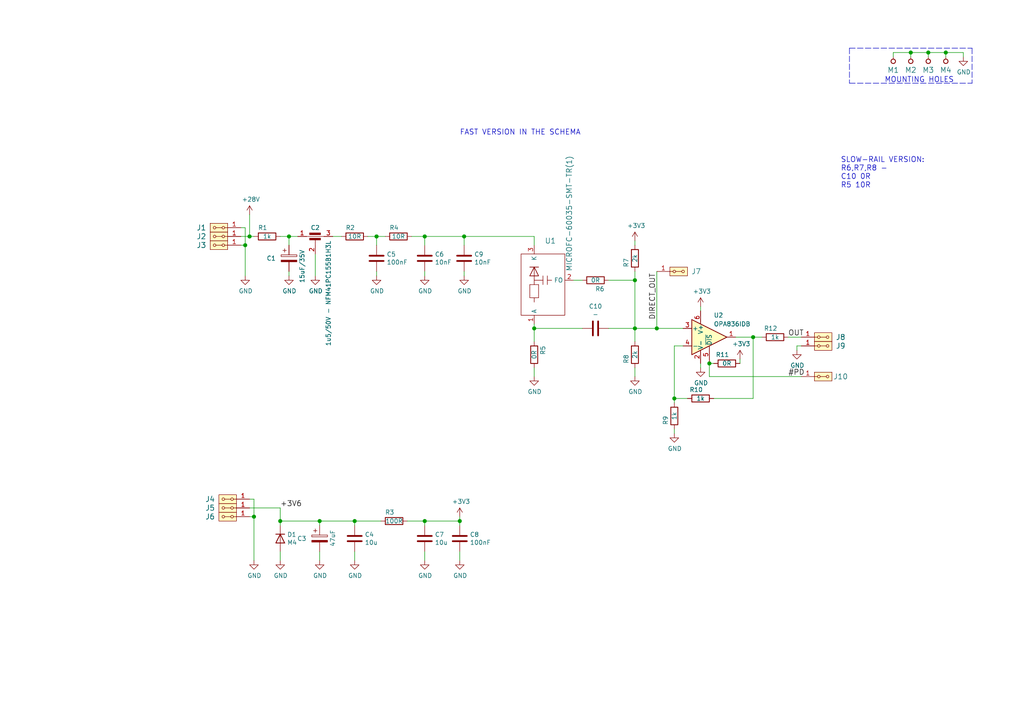
<source format=kicad_sch>
(kicad_sch (version 20210126) (generator eeschema)
  (paper "A4")
  (title_block (title "NAME") (date "%F") (rev "REV") (company "Mlab www.mlab.cz") (comment 1 "VERSION") (comment 2 "Short description \\nTwo lines are maximum") (comment 3 "nickname <email@example.com>") (comment 4 "BSD"))
  (lib_symbols
    (symbol "AIRDOSC01A_PCB01A-rescue:CP-Device" (pin_numbers hide) (pin_names (offset 0.254))
      (property "Reference" "C" (at 0.635 2.54 0))
      (property "Value" "CP-Device" (at 0.635 -2.54 0))
      (symbol "CP-Device_0_1"
        (rectangle (start -2.286 0.508) (end 2.286 1.016))
        (rectangle (start 2.286 -0.508) (end -2.286 -1.016) (fill (type outline)))
        (polyline (pts (xy -1.778 2.286) (xy -0.762 2.286)))
        (polyline (pts (xy -1.27 2.794) (xy -1.27 1.778)))
      )
      (symbol "CP-Device_1_1"
        (pin passive line (at 0 3.81 270) (length 2.794) (name "~") (number "1"))
        (pin passive line (at 0 -3.81 90) (length 2.794) (name "~") (number "2"))
      )
    )
    (symbol "AIRDOSC01A_PCB01A-rescue:EMI_Filter_C-Device" (pin_names (offset 0.254) hide)
      (property "Reference" "C" (at 0 7.62 0))
      (property "Value" "EMI_Filter_C-Device" (at 0 5.715 0))
      (symbol "EMI_Filter_C-Device_0_1"
        (rectangle (start -1.651 1.524) (end 1.524 2.032) (fill (type outline)))
        (rectangle (start 1.524 3.048) (end -1.651 3.556) (fill (type outline)))
        (polyline (pts (xy -2.54 2.54) (xy 2.54 2.54)))
        (polyline (pts (xy 0 0) (xy 0 1.778)))
      )
      (symbol "EMI_Filter_C-Device_1_1"
        (pin passive line (at -5.08 2.54 0) (length 2.54) (name "1") (number "1"))
        (pin passive line (at 0 -2.54 90) (length 2.54) (name "2") (number "2"))
        (pin passive line (at 5.08 2.54 180) (length 2.54) (name "3") (number "3"))
      )
    )
    (symbol "Amplifier_Operational:OPA847xDBV" (pin_names (offset 0.127))
      (property "Reference" "U" (at -1.27 6.35 0))
      (property "Value" "OPA847xDBV" (at -1.27 3.81 0))
      (symbol "OPA847xDBV_0_1"
        (polyline (pts (xy -5.08 5.08) (xy 5.08 0) (xy -5.08 -5.08) (xy -5.08 5.08)) (stroke (width 0.254)) (fill (type background)))
        (pin power_in line (at -2.54 -7.62 90) (length 3.81) (name "V-") (number "2"))
        (pin power_in line (at -2.54 7.62 270) (length 3.81) (name "V+") (number "6"))
      )
      (symbol "OPA847xDBV_1_1"
        (pin output line (at 7.62 0 180) (length 2.54) (name "~") (number "1"))
        (pin input line (at -7.62 2.54 0) (length 2.54) (name "+") (number "3"))
        (pin input line (at -7.62 -2.54 0) (length 2.54) (name "-") (number "4"))
        (pin input line (at 0 -7.62 90) (length 5.08) (name "~DIS") (number "5"))
      )
    )
    (symbol "Device:C" (pin_numbers hide) (pin_names (offset 0.254))
      (property "Reference" "C" (at 0.635 2.54 0))
      (property "Value" "C" (at 0.635 -2.54 0))
      (symbol "C_0_1"
        (polyline (pts (xy -2.032 -0.762) (xy 2.032 -0.762)) (stroke (width 0.508)))
        (polyline (pts (xy -2.032 0.762) (xy 2.032 0.762)) (stroke (width 0.508)))
      )
      (symbol "C_1_1"
        (pin passive line (at 0 3.81 270) (length 2.794) (name "~") (number "1"))
        (pin passive line (at 0 -3.81 90) (length 2.794) (name "~") (number "2"))
      )
    )
    (symbol "Device:D" (pin_numbers hide) (pin_names (offset 1.016) hide)
      (property "Reference" "D" (at 0 2.54 0))
      (property "Value" "D" (at 0 -2.54 0))
      (symbol "D_0_1"
        (polyline (pts (xy -1.27 1.27) (xy -1.27 -1.27)) (stroke (width 0.254)))
        (polyline (pts (xy 1.27 0) (xy -1.27 0)))
        (polyline (pts (xy 1.27 1.27) (xy 1.27 -1.27) (xy -1.27 0) (xy 1.27 1.27)) (stroke (width 0.254)))
      )
      (symbol "D_1_1"
        (pin passive line (at -3.81 0 0) (length 2.54) (name "K") (number "1"))
        (pin passive line (at 3.81 0 180) (length 2.54) (name "A") (number "2"))
      )
    )
    (symbol "Device:R" (pin_numbers hide) (pin_names (offset 0))
      (property "Reference" "R" (at 2.032 0 90))
      (property "Value" "R" (at 0 0 90))
      (symbol "R_0_1"
        (rectangle (start -1.016 -2.54) (end 1.016 2.54) (stroke (width 0.254)))
      )
      (symbol "R_1_1"
        (pin passive line (at 0 3.81 270) (length 1.27) (name "~") (number "1"))
        (pin passive line (at 0 -3.81 90) (length 1.27) (name "~") (number "2"))
      )
    )
    (symbol "MLAB_HEADER:HEADER_2x01_PARALLEL" (pin_names (offset 1.016))
      (property "Reference" "J" (at 0 -2.54 0))
      (property "Value" "HEADER_2x01_PARALLEL" (at 0 2.54 0))
      (symbol "HEADER_2x01_PARALLEL_0_1"
        (circle (center -1.27 0) (radius 0.381))
        (circle (center 1.27 0) (radius 0.381))
        (rectangle (start -2.54 1.27) (end 2.54 -1.27) (fill (type background)))
        (polyline (pts (xy -1.651 0) (xy -2.54 0)))
        (polyline (pts (xy -0.889 0) (xy 0.889 0)))
      )
      (symbol "HEADER_2x01_PARALLEL_1_1"
        (pin input line (at -6.35 0 0) (length 3.81) (name "~") (number "1"))
        (pin input line (at -6.35 0 0) (length 3.81) hide (name "~") (number "2"))
      )
    )
    (symbol "MLAB_IO:MICROFC-60035-SMT-TR(1)"
      (property "Reference" "U" (at 12.7 -3.81 0))
      (property "Value" "MICROFC-60035-SMT-TR(1)" (at 24.13 -11.43 0))
      (symbol "MICROFC-60035-SMT-TR(1)_0_1"
        (rectangle (start -3.81 7.62) (end 8.89 -10.16))
        (rectangle (start -1.27 -1.27) (end 1.27 -1.27))
        (rectangle (start -1.27 2.54) (end -1.27 -1.27))
        (rectangle (start 0 -3.81) (end 0 -1.27))
        (rectangle (start 0 -2.54) (end 2.54 -2.54))
        (rectangle (start 0 2.54) (end 0 3.81))
        (rectangle (start 1.27 2.54) (end -1.27 2.54))
        (rectangle (start 1.27 2.54) (end 1.27 -1.27))
        (rectangle (start 2.54 -2.54) (end 2.54 -3.81))
        (rectangle (start 2.54 -1.27) (end 2.54 -2.54))
        (rectangle (start 3.81 -2.54) (end 5.08 -2.54))
        (rectangle (start 3.81 -1.27) (end 3.81 -3.81))
      )
      (symbol "MICROFC-60035-SMT-TR(1)_1_1"
        (polyline (pts (xy -1.27 -6.35) (xy 1.27 -6.35)) (stroke (width 0.2032)))
        (polyline (pts (xy 0 -3.81) (xy 0 -6.35)))
        (polyline (pts (xy -1.27 -3.81) (xy 1.27 -3.81) (xy 0 -6.35) (xy -1.27 -3.81)) (stroke (width 0.2032)))
        (pin passive line (at 0 10.16 270) (length 2.54) (name "A") (number "1"))
        (pin passive line (at 11.43 -2.54 180) (length 2.54) (name "FO") (number "2"))
        (pin passive line (at 0 -12.7 90) (length 2.54) (name "K") (number "3"))
        (pin passive line (at 5.08 -3.81 270) (length 2.54) hide (name "NC") (number "4"))
      )
    )
    (symbol "MLAB_MECHANICAL:HOLE" (pin_numbers hide) (pin_names (offset 1.016) hide)
      (property "Reference" "M" (at 0 2.54 0))
      (property "Value" "HOLE" (at 0 -2.54 0))
      (symbol "HOLE_0_1"
        (circle (center 0 0) (radius 0.635) (stroke (width 0.254)))
      )
      (symbol "HOLE_1_1"
        (pin input line (at 1.27 0 180) (length 0.635) (name "~") (number "1"))
      )
    )
    (symbol "power:+28V" (power) (pin_names (offset 0))
      (property "Value" "+28V" (at 0 3.81 0))
      (symbol "+28V_0_1"
        (polyline (pts (xy -0.762 1.27) (xy 0 2.54)))
        (polyline (pts (xy 0 0) (xy 0 2.54)))
        (polyline (pts (xy 0 2.54) (xy 0.762 1.27)))
      )
      (symbol "+28V_1_1"
        (pin power_in line (at 0 0 90) (length 0) hide (name "+28V") (number "1"))
      )
    )
    (symbol "power:+3.3V" (power) (pin_names (offset 0))
      (property "Value" "+3.3V" (at 0 3.556 0))
      (symbol "+3.3V_0_1"
        (polyline (pts (xy -0.762 1.27) (xy 0 2.54)))
        (polyline (pts (xy 0 0) (xy 0 2.54)))
        (polyline (pts (xy 0 2.54) (xy 0.762 1.27)))
      )
      (symbol "+3.3V_1_1"
        (pin power_in line (at 0 0 90) (length 0) hide (name "+3V3") (number "1"))
      )
    )
    (symbol "power:GND" (power) (pin_names (offset 0))
      (property "Value" "GND" (at 0 -3.81 0))
      (symbol "GND_0_1"
        (polyline (pts (xy 0 0) (xy 0 -1.27) (xy 1.27 -1.27) (xy 0 -2.54) (xy -1.27 -1.27) (xy 0 -1.27)))
      )
      (symbol "GND_1_1"
        (pin power_in line (at 0 0 270) (length 0) hide (name "GND") (number "1"))
      )
    )
  )
  (junction (at 71.12 71.12) (diameter 1.016))
  (junction (at 72.39 68.58) (diameter 1.016))
  (junction (at 73.66 149.86) (diameter 1.016))
  (junction (at 81.28 151.13) (diameter 1.016))
  (junction (at 83.82 68.58) (diameter 1.016))
  (junction (at 92.71 151.13) (diameter 1.016))
  (junction (at 102.87 151.13) (diameter 1.016))
  (junction (at 109.22 68.58) (diameter 1.016))
  (junction (at 123.19 68.58) (diameter 1.016))
  (junction (at 123.19 151.13) (diameter 1.016))
  (junction (at 133.35 151.13) (diameter 1.016))
  (junction (at 134.62 68.58) (diameter 1.016))
  (junction (at 154.94 95.25) (diameter 1.016))
  (junction (at 184.15 81.28) (diameter 1.016))
  (junction (at 184.15 95.25) (diameter 1.016))
  (junction (at 190.5 95.25) (diameter 1.016))
  (junction (at 195.58 115.57) (diameter 1.016))
  (junction (at 205.74 105.41) (diameter 1.016))
  (junction (at 218.44 97.79) (diameter 1.016))
  (junction (at 264.16 15.24) (diameter 1.016))
  (junction (at 269.24 15.24) (diameter 1.016))
  (junction (at 274.32 15.24) (diameter 1.016))
  (wire (pts (xy 69.85 66.04) (xy 71.12 66.04)))
  (wire (pts (xy 69.85 71.12) (xy 71.12 71.12)))
  (wire (pts (xy 71.12 66.04) (xy 71.12 71.12)))
  (wire (pts (xy 71.12 71.12) (xy 71.12 80.01)))
  (wire (pts (xy 72.39 62.23) (xy 72.39 68.58)))
  (wire (pts (xy 72.39 68.58) (xy 69.85 68.58)))
  (wire (pts (xy 72.39 144.78) (xy 73.66 144.78)))
  (wire (pts (xy 72.39 147.32) (xy 81.28 147.32)))
  (wire (pts (xy 72.39 149.86) (xy 73.66 149.86)))
  (wire (pts (xy 73.66 68.58) (xy 72.39 68.58)))
  (wire (pts (xy 73.66 144.78) (xy 73.66 149.86)))
  (wire (pts (xy 73.66 149.86) (xy 73.66 162.56)))
  (wire (pts (xy 81.28 68.58) (xy 83.82 68.58)))
  (wire (pts (xy 81.28 151.13) (xy 81.28 147.32)))
  (wire (pts (xy 81.28 151.13) (xy 81.28 152.4)))
  (wire (pts (xy 81.28 151.13) (xy 92.71 151.13)))
  (wire (pts (xy 81.28 162.56) (xy 81.28 160.02)))
  (wire (pts (xy 83.82 68.58) (xy 86.36 68.58)))
  (wire (pts (xy 83.82 71.12) (xy 83.82 68.58)))
  (wire (pts (xy 83.82 80.01) (xy 83.82 78.74)))
  (wire (pts (xy 91.44 80.01) (xy 91.44 73.66)))
  (wire (pts (xy 92.71 151.13) (xy 92.71 152.4)))
  (wire (pts (xy 92.71 162.56) (xy 92.71 160.02)))
  (wire (pts (xy 96.52 68.58) (xy 99.06 68.58)))
  (wire (pts (xy 102.87 151.13) (xy 92.71 151.13)))
  (wire (pts (xy 102.87 151.13) (xy 102.87 152.4)))
  (wire (pts (xy 102.87 162.56) (xy 102.87 160.02)))
  (wire (pts (xy 106.68 68.58) (xy 109.22 68.58)))
  (wire (pts (xy 109.22 68.58) (xy 111.76 68.58)))
  (wire (pts (xy 109.22 71.12) (xy 109.22 68.58)))
  (wire (pts (xy 109.22 78.74) (xy 109.22 80.01)))
  (wire (pts (xy 110.49 151.13) (xy 102.87 151.13)))
  (wire (pts (xy 118.11 151.13) (xy 123.19 151.13)))
  (wire (pts (xy 119.38 68.58) (xy 123.19 68.58)))
  (wire (pts (xy 123.19 68.58) (xy 134.62 68.58)))
  (wire (pts (xy 123.19 71.12) (xy 123.19 68.58)))
  (wire (pts (xy 123.19 80.01) (xy 123.19 78.74)))
  (wire (pts (xy 123.19 151.13) (xy 133.35 151.13)))
  (wire (pts (xy 123.19 152.4) (xy 123.19 151.13)))
  (wire (pts (xy 123.19 162.56) (xy 123.19 160.02)))
  (wire (pts (xy 133.35 149.86) (xy 133.35 151.13)))
  (wire (pts (xy 133.35 151.13) (xy 133.35 152.4)))
  (wire (pts (xy 133.35 162.56) (xy 133.35 160.02)))
  (wire (pts (xy 134.62 68.58) (xy 154.94 68.58)))
  (wire (pts (xy 134.62 71.12) (xy 134.62 68.58)))
  (wire (pts (xy 134.62 80.01) (xy 134.62 78.74)))
  (wire (pts (xy 154.94 68.58) (xy 154.94 71.12)))
  (wire (pts (xy 154.94 95.25) (xy 154.94 93.98)))
  (wire (pts (xy 154.94 95.25) (xy 154.94 99.06)))
  (wire (pts (xy 154.94 95.25) (xy 168.91 95.25)))
  (wire (pts (xy 154.94 109.22) (xy 154.94 106.68)))
  (wire (pts (xy 166.37 81.28) (xy 168.91 81.28)))
  (wire (pts (xy 176.53 81.28) (xy 184.15 81.28)))
  (wire (pts (xy 176.53 95.25) (xy 184.15 95.25)))
  (wire (pts (xy 184.15 71.12) (xy 184.15 69.85)))
  (wire (pts (xy 184.15 78.74) (xy 184.15 81.28)))
  (wire (pts (xy 184.15 81.28) (xy 184.15 95.25)))
  (wire (pts (xy 184.15 95.25) (xy 184.15 99.06)))
  (wire (pts (xy 184.15 95.25) (xy 190.5 95.25)))
  (wire (pts (xy 184.15 109.22) (xy 184.15 106.68)))
  (wire (pts (xy 190.5 78.74) (xy 190.5 95.25)))
  (wire (pts (xy 190.5 95.25) (xy 198.12 95.25)))
  (wire (pts (xy 195.58 100.33) (xy 195.58 115.57)))
  (wire (pts (xy 195.58 115.57) (xy 195.58 116.84)))
  (wire (pts (xy 195.58 125.73) (xy 195.58 124.46)))
  (wire (pts (xy 198.12 100.33) (xy 195.58 100.33)))
  (wire (pts (xy 199.39 115.57) (xy 195.58 115.57)))
  (wire (pts (xy 203.2 90.17) (xy 203.2 88.9)))
  (wire (pts (xy 203.2 106.68) (xy 203.2 105.41)))
  (wire (pts (xy 205.74 105.41) (xy 205.74 109.22)))
  (wire (pts (xy 205.74 105.41) (xy 207.01 105.41)))
  (wire (pts (xy 205.74 109.22) (xy 232.41 109.22)))
  (wire (pts (xy 207.01 115.57) (xy 218.44 115.57)))
  (wire (pts (xy 213.36 97.79) (xy 218.44 97.79)))
  (wire (pts (xy 214.63 105.41) (xy 214.63 104.14)))
  (wire (pts (xy 218.44 97.79) (xy 220.98 97.79)))
  (wire (pts (xy 218.44 115.57) (xy 218.44 97.79)))
  (wire (pts (xy 228.6 97.79) (xy 232.41 97.79)))
  (wire (pts (xy 231.14 100.33) (xy 231.14 101.6)))
  (wire (pts (xy 232.41 100.33) (xy 231.14 100.33)))
  (wire (pts (xy 259.08 15.24) (xy 264.16 15.24)))
  (wire (pts (xy 259.08 16.51) (xy 259.08 15.24)))
  (wire (pts (xy 264.16 15.24) (xy 269.24 15.24)))
  (wire (pts (xy 264.16 16.51) (xy 264.16 15.24)))
  (wire (pts (xy 269.24 15.24) (xy 274.32 15.24)))
  (wire (pts (xy 269.24 16.51) (xy 269.24 15.24)))
  (wire (pts (xy 274.32 15.24) (xy 279.4 15.24)))
  (wire (pts (xy 274.32 16.51) (xy 274.32 15.24)))
  (wire (pts (xy 279.4 15.24) (xy 279.4 16.51)))
  (polyline (pts (xy 246.38 13.97) (xy 246.38 24.13)) (stroke (width 0) (type dash)))
  (polyline (pts (xy 246.38 13.97) (xy 281.94 13.97)) (stroke (width 0) (type dash)))
  (polyline (pts (xy 246.38 24.13) (xy 281.94 24.13)) (stroke (width 0) (type dash)))
  (polyline (pts (xy 281.94 13.97) (xy 281.94 24.13)) (stroke (width 0) (type dash)))
  (text "FAST VERSION IN THE SCHEMA" (at 133.35 39.37 0) (effects (font (size 1.524 1.524)) (justify left bottom)))
  (text "SLOW-RAIL VERSION:\nR6,R7,R8 -\nC10 0R\nR5 10R\n\n" (at 243.84 57.15 0) (effects (font (size 1.524 1.524)) (justify left bottom)))
  (text "MOUNTING HOLES" (at 256.54 24.13 0) (effects (font (size 1.524 1.524)) (justify left bottom)))
  (label "+3V6" (at 81.28 147.32 0) (effects (font (size 1.524 1.524))))
  (label "DIRECT_OUT" (at 190.5 92.71 90) (effects (font (size 1.524 1.524))))
  (label "OUT" (at 228.6 97.79 0) (effects (font (size 1.524 1.524))))
  (label "#PD" (at 228.6 109.22 0) (effects (font (size 1.524 1.524))))
  (symbol (lib_id "MLAB_MECHANICAL:HOLE") (at 259.08 17.78 90) (unit 1)
    (property "Reference" "M1" (at 259.08 20.32 90) (effects (font (size 1.524 1.524))))
    (property "Value" "HOLE" (effects hide))
    (property "Footprint" "Mlab_Mechanical:MountingHole_3mm" (effects hide))
  )
  (symbol (lib_id "MLAB_MECHANICAL:HOLE") (at 264.16 17.78 90) (unit 1)
    (property "Reference" "M2" (at 264.16 20.32 90) (effects (font (size 1.524 1.524))))
    (property "Value" "HOLE" (effects hide))
    (property "Footprint" "Mlab_Mechanical:MountingHole_3mm" (effects hide))
  )
  (symbol (lib_id "MLAB_MECHANICAL:HOLE") (at 269.24 17.78 90) (unit 1)
    (property "Reference" "M3" (at 269.24 20.32 90) (effects (font (size 1.524 1.524))))
    (property "Value" "HOLE" (effects hide))
    (property "Footprint" "Mlab_Mechanical:MountingHole_3mm" (effects hide))
  )
  (symbol (lib_id "MLAB_MECHANICAL:HOLE") (at 274.32 17.78 90) (unit 1)
    (property "Reference" "M4" (at 274.32 20.32 90) (effects (font (size 1.524 1.524))))
    (property "Value" "HOLE" (effects hide))
    (property "Footprint" "Mlab_Mechanical:MountingHole_3mm" (effects hide))
  )
  (symbol (lib_id "power:+28V") (at 72.39 62.23 0) (unit 1)
    (property "Reference" "#PWR02" (effects hide))
    (property "Value" "+28V" (at 72.771 57.8358 0))
  )
  (symbol (lib_id "power:+3.3V") (at 133.35 149.86 0) (unit 1)
    (property "Reference" "#PWR012" (effects hide))
    (property "Value" "+3.3V" (at 133.731 145.4658 0))
  )
  (symbol (lib_id "power:+3.3V") (at 184.15 69.85 0) (unit 1)
    (property "Reference" "#PWR016" (effects hide))
    (property "Value" "+3.3V" (at 184.531 65.4558 0))
  )
  (symbol (lib_id "power:+3.3V") (at 203.2 88.9 0) (unit 1)
    (property "Reference" "#PWR019" (effects hide))
    (property "Value" "+3.3V" (at 203.581 84.5058 0))
  )
  (symbol (lib_id "power:+3.3V") (at 214.63 104.14 0) (unit 1)
    (property "Reference" "#PWR021" (effects hide))
    (property "Value" "+3.3V" (at 215.011 99.7458 0))
  )
  (symbol (lib_id "power:GND") (at 71.12 80.01 0) (unit 1)
    (property "Reference" "#PWR01" (effects hide))
    (property "Value" "GND" (at 71.247 84.4042 0))
  )
  (symbol (lib_id "power:GND") (at 73.66 162.56 0) (unit 1)
    (property "Reference" "#PWR03" (effects hide))
    (property "Value" "GND" (at 73.787 166.9542 0))
  )
  (symbol (lib_id "power:GND") (at 81.28 162.56 0) (unit 1)
    (property "Reference" "#PWR04" (effects hide))
    (property "Value" "GND" (at 81.407 166.9542 0))
  )
  (symbol (lib_id "power:GND") (at 83.82 80.01 0) (unit 1)
    (property "Reference" "#PWR05" (effects hide))
    (property "Value" "GND" (at 83.947 84.4042 0))
  )
  (symbol (lib_id "power:GND") (at 91.44 80.01 0) (unit 1)
    (property "Reference" "#PWR06" (effects hide))
    (property "Value" "GND" (at 91.567 84.4042 0))
  )
  (symbol (lib_id "power:GND") (at 92.71 162.56 0) (unit 1)
    (property "Reference" "#PWR07" (effects hide))
    (property "Value" "GND" (at 92.837 166.9542 0))
  )
  (symbol (lib_id "power:GND") (at 102.87 162.56 0) (unit 1)
    (property "Reference" "#PWR08" (effects hide))
    (property "Value" "GND" (at 102.997 166.9542 0))
  )
  (symbol (lib_id "power:GND") (at 109.22 80.01 0) (unit 1)
    (property "Reference" "#PWR09" (effects hide))
    (property "Value" "GND" (at 109.347 84.4042 0))
  )
  (symbol (lib_id "power:GND") (at 123.19 80.01 0) (unit 1)
    (property "Reference" "#PWR010" (effects hide))
    (property "Value" "GND" (at 123.317 84.4042 0))
  )
  (symbol (lib_id "power:GND") (at 123.19 162.56 0) (unit 1)
    (property "Reference" "#PWR011" (effects hide))
    (property "Value" "GND" (at 123.317 166.9542 0))
  )
  (symbol (lib_id "power:GND") (at 133.35 162.56 0) (unit 1)
    (property "Reference" "#PWR013" (effects hide))
    (property "Value" "GND" (at 133.477 166.9542 0))
  )
  (symbol (lib_id "power:GND") (at 134.62 80.01 0) (unit 1)
    (property "Reference" "#PWR014" (effects hide))
    (property "Value" "GND" (at 134.747 84.4042 0))
  )
  (symbol (lib_id "power:GND") (at 154.94 109.22 0) (unit 1)
    (property "Reference" "#PWR015" (effects hide))
    (property "Value" "GND" (at 155.067 113.6142 0))
  )
  (symbol (lib_id "power:GND") (at 184.15 109.22 0) (unit 1)
    (property "Reference" "#PWR017" (effects hide))
    (property "Value" "GND" (at 184.277 113.6142 0))
  )
  (symbol (lib_id "power:GND") (at 195.58 125.73 0) (unit 1)
    (property "Reference" "#PWR018" (effects hide))
    (property "Value" "GND" (at 195.707 130.1242 0))
  )
  (symbol (lib_id "power:GND") (at 203.2 106.68 0) (unit 1)
    (property "Reference" "#PWR020" (effects hide))
    (property "Value" "GND" (at 203.327 111.0742 0))
  )
  (symbol (lib_id "power:GND") (at 231.14 101.6 0) (unit 1)
    (property "Reference" "#PWR022" (effects hide))
    (property "Value" "GND" (at 231.267 105.9942 0))
  )
  (symbol (lib_id "power:GND") (at 279.4 16.51 0) (unit 1)
    (property "Reference" "#PWR023" (effects hide))
    (property "Value" "GND" (at 279.527 20.9042 0))
  )
  (symbol (lib_id "Device:R") (at 77.47 68.58 270) (unit 1)
    (property "Reference" "R1" (at 76.2 66.04 90))
    (property "Value" "1k" (at 77.47 68.58 90))
    (property "Footprint" "Mlab_R:SMD-0805" (effects hide))
    (property "UST_ID" "5c70984512875079b91f898c" (effects hide))
  )
  (symbol (lib_id "Device:R") (at 102.87 68.58 270) (unit 1)
    (property "Reference" "R2" (at 101.6 66.04 90))
    (property "Value" "10R" (at 102.87 68.58 90))
    (property "Footprint" "Mlab_R:SMD-0805" (effects hide))
    (property "UST_ID" "5c70984512875079b91f896d" (effects hide))
  )
  (symbol (lib_id "Device:R") (at 114.3 151.13 270) (unit 1)
    (property "Reference" "R3" (at 113.03 148.59 90))
    (property "Value" "100R" (at 114.3 151.13 90))
    (property "Footprint" "Mlab_R:SMD-0805" (effects hide))
    (property "UST_ID" "5c70984512875079b91f8977" (effects hide))
  )
  (symbol (lib_id "Device:R") (at 115.57 68.58 270) (unit 1)
    (property "Reference" "R4" (at 114.3 66.04 90))
    (property "Value" "10R" (at 115.57 68.58 90))
    (property "Footprint" "Mlab_R:SMD-0805" (effects hide))
    (property "UST_ID" "5c70984512875079b91f896d" (effects hide))
  )
  (symbol (lib_id "Device:R") (at 154.94 102.87 180) (unit 1)
    (property "Reference" "R5" (at 157.48 101.6 90))
    (property "Value" "0R" (at 154.94 102.87 90))
    (property "Footprint" "Mlab_R:SMD-0805" (effects hide))
    (property "UST_ID" "5c70984512875079b91f896b" (effects hide))
  )
  (symbol (lib_id "Device:R") (at 172.72 81.28 90) (unit 1)
    (property "Reference" "R6" (at 173.99 83.82 90))
    (property "Value" "0R" (at 172.72 81.28 90))
    (property "Footprint" "Mlab_R:SMD-0805" (effects hide))
    (property "UST_ID" "5c70984512875079b91f896b" (effects hide))
  )
  (symbol (lib_id "Device:R") (at 184.15 74.93 0) (unit 1)
    (property "Reference" "R7" (at 181.61 76.2 90))
    (property "Value" "2k" (at 184.15 74.93 90))
    (property "Footprint" "Mlab_R:SMD-0805" (effects hide))
    (property "UST_ID" "5c70984512875079b91f898f" (effects hide))
  )
  (symbol (lib_id "Device:R") (at 184.15 102.87 0) (unit 1)
    (property "Reference" "R8" (at 181.61 104.14 90))
    (property "Value" "2k" (at 184.15 102.87 90))
    (property "Footprint" "Mlab_R:SMD-0805" (effects hide))
    (property "UST_ID" "5c70984512875079b91f898f" (effects hide))
  )
  (symbol (lib_id "Device:R") (at 195.58 120.65 0) (unit 1)
    (property "Reference" "R9" (at 193.04 121.92 90))
    (property "Value" "1k" (at 195.58 120.65 90))
    (property "Footprint" "Mlab_R:SMD-0805" (effects hide))
    (property "UST_ID" "5c70984512875079b91f898c" (effects hide))
  )
  (symbol (lib_id "Device:R") (at 203.2 115.57 270) (unit 1)
    (property "Reference" "R10" (at 201.93 113.03 90))
    (property "Value" "1k" (at 203.2 115.57 90))
    (property "Footprint" "Mlab_R:SMD-0805" (effects hide))
    (property "UST_ID" "5c70984512875079b91f898c" (effects hide))
  )
  (symbol (lib_id "Device:R") (at 210.82 105.41 270) (unit 1)
    (property "Reference" "R11" (at 209.55 102.87 90))
    (property "Value" "0R" (at 210.82 105.41 90))
    (property "Footprint" "Mlab_R:SMD-0805" (effects hide))
    (property "UST_ID" "5c70984512875079b91f896b" (effects hide))
  )
  (symbol (lib_id "Device:R") (at 224.79 97.79 270) (unit 1)
    (property "Reference" "R12" (at 223.52 95.25 90))
    (property "Value" "1k" (at 224.79 97.79 90))
    (property "Footprint" "Mlab_R:SMD-0805" (effects hide))
    (property "UST_ID" "5c70984512875079b91f898c" (effects hide))
  )
  (symbol (lib_id "Device:D") (at 81.28 156.21 270) (unit 1)
    (property "Reference" "D1" (at 83.2866 155.0416 90) (effects (justify left)))
    (property "Value" "M4" (at 83.2866 157.353 90) (effects (justify left)))
    (property "Footprint" "Mlab_D:Diode-SMA_Standard" (effects hide))
    (property "UST_ID" "5c70984512875079b91f88ac" (effects hide))
  )
  (symbol (lib_id "MLAB_HEADER:HEADER_2x01_PARALLEL") (at 63.5 66.04 180) (unit 1)
    (property "Reference" "J1" (at 58.42 66.04 0) (effects (font (size 1.524 1.524))))
    (property "Value" "HEADER_2x01_PARALLEL" (effects hide))
    (property "Footprint" "Mlab_Pin_Headers:Straight_2x01" (effects hide))
  )
  (symbol (lib_id "MLAB_HEADER:HEADER_2x01_PARALLEL") (at 63.5 68.58 180) (unit 1)
    (property "Reference" "J2" (at 58.42 68.58 0) (effects (font (size 1.524 1.524))))
    (property "Value" "HEADER_2x01_PARALLEL" (effects hide))
    (property "Footprint" "Mlab_Pin_Headers:Straight_2x01" (effects hide))
  )
  (symbol (lib_id "MLAB_HEADER:HEADER_2x01_PARALLEL") (at 63.5 71.12 180) (unit 1)
    (property "Reference" "J3" (at 58.42 71.12 0) (effects (font (size 1.524 1.524))))
    (property "Value" "HEADER_2x01_PARALLEL" (effects hide))
    (property "Footprint" "Mlab_Pin_Headers:Straight_2x01" (effects hide))
  )
  (symbol (lib_id "MLAB_HEADER:HEADER_2x01_PARALLEL") (at 66.04 144.78 180) (unit 1)
    (property "Reference" "J4" (at 60.96 144.78 0) (effects (font (size 1.524 1.524))))
    (property "Value" "HEADER_2x01_PARALLEL" (effects hide))
    (property "Footprint" "Mlab_Pin_Headers:Straight_2x01" (effects hide))
  )
  (symbol (lib_id "MLAB_HEADER:HEADER_2x01_PARALLEL") (at 66.04 147.32 180) (unit 1)
    (property "Reference" "J5" (at 60.96 147.32 0) (effects (font (size 1.524 1.524))))
    (property "Value" "HEADER_2x01_PARALLEL" (effects hide))
    (property "Footprint" "Mlab_Pin_Headers:Straight_2x01" (effects hide))
  )
  (symbol (lib_id "MLAB_HEADER:HEADER_2x01_PARALLEL") (at 66.04 149.86 180) (unit 1)
    (property "Reference" "J6" (at 60.96 149.86 0) (effects (font (size 1.524 1.524))))
    (property "Value" "HEADER_2x01_PARALLEL" (effects hide))
    (property "Footprint" "Mlab_Pin_Headers:Straight_2x01" (effects hide))
  )
  (symbol (lib_id "MLAB_HEADER:HEADER_2x01_PARALLEL") (at 196.85 78.74 0) (unit 1)
    (property "Reference" "J7" (at 201.93 78.74 0) (effects (font (size 1.524 1.524))))
    (property "Value" "HEADER_2x01_PARALLEL" (effects hide))
    (property "Footprint" "Mlab_Pin_Headers:Straight_2x01" (effects hide))
  )
  (symbol (lib_id "MLAB_HEADER:HEADER_2x01_PARALLEL") (at 238.76 97.79 0) (unit 1)
    (property "Reference" "J8" (at 243.84 97.79 0) (effects (font (size 1.524 1.524))))
    (property "Value" "HEADER_2x01_PARALLEL" (effects hide))
    (property "Footprint" "Mlab_Pin_Headers:Straight_2x01" (effects hide))
  )
  (symbol (lib_id "MLAB_HEADER:HEADER_2x01_PARALLEL") (at 238.76 100.33 0) (unit 1)
    (property "Reference" "J9" (at 243.84 100.33 0) (effects (font (size 1.524 1.524))))
    (property "Value" "HEADER_2x01_PARALLEL" (effects hide))
    (property "Footprint" "Mlab_Pin_Headers:Straight_2x01" (effects hide))
  )
  (symbol (lib_id "MLAB_HEADER:HEADER_2x01_PARALLEL") (at 238.76 109.22 0) (unit 1)
    (property "Reference" "J10" (at 243.84 109.22 0) (effects (font (size 1.524 1.524))))
    (property "Value" "HEADER_2x01_PARALLEL" (effects hide))
    (property "Footprint" "Mlab_Pin_Headers:Straight_2x01" (effects hide))
  )
  (symbol (lib_id "AIRDOSC01A_PCB01A-rescue:CP-Device") (at 83.82 74.93 0) (unit 1)
    (property "Reference" "C1" (at 80.01 74.93 0) (effects (justify right)))
    (property "Value" "15uF/35V" (at 87.63 72.39 90) (effects (justify right)))
    (property "Footprint" "Mlab_C:TantalC_SizeC_Reflow" (effects hide))
    (property "UST_ID" "5c70984812875079b91f8bac" (effects hide))
  )
  (symbol (lib_id "AIRDOSC01A_PCB01A-rescue:CP-Device") (at 92.71 156.21 0) (unit 1)
    (property "Reference" "C3" (at 88.9 156.21 0) (effects (justify right)))
    (property "Value" "47uF" (at 96.52 153.67 90) (effects (justify right)))
    (property "Footprint" "Mlab_C:TantalC_SizeC_Reflow" (effects hide))
    (property "UST_ID" "5c70984412875079b91f8867" (effects hide))
  )
  (symbol (lib_id "Device:C") (at 102.87 156.21 0) (unit 1)
    (property "Reference" "C4" (at 105.791 155.0416 0) (effects (justify left)))
    (property "Value" "10u" (at 105.791 157.353 0) (effects (justify left)))
    (property "Footprint" "Mlab_R:SMD-0805" (effects hide))
    (property "UST_ID" "5c70984712875079b91f8b53" (effects hide))
  )
  (symbol (lib_id "Device:C") (at 109.22 74.93 0) (unit 1)
    (property "Reference" "C5" (at 112.141 73.7616 0) (effects (justify left)))
    (property "Value" "100nF" (at 112.141 76.073 0) (effects (justify left)))
    (property "Footprint" "Mlab_R:SMD-0805" (effects hide))
    (property "UST_ID" "5c70984712875079b91f8b4c" (effects hide))
  )
  (symbol (lib_id "Device:C") (at 123.19 74.93 0) (unit 1)
    (property "Reference" "C6" (at 126.111 73.7616 0) (effects (justify left)))
    (property "Value" "10nF" (at 126.111 76.073 0) (effects (justify left)))
    (property "Footprint" "Mlab_R:SMD-0805" (effects hide))
    (property "UST_ID" "5c70984712875079b91f8b49" (effects hide))
  )
  (symbol (lib_id "Device:C") (at 123.19 156.21 0) (unit 1)
    (property "Reference" "C7" (at 126.111 155.0416 0) (effects (justify left)))
    (property "Value" "10u" (at 126.111 157.353 0) (effects (justify left)))
    (property "Footprint" "Mlab_R:SMD-0805" (effects hide))
    (property "UST_ID" "5c70984712875079b91f8b53" (effects hide))
  )
  (symbol (lib_id "Device:C") (at 133.35 156.21 0) (unit 1)
    (property "Reference" "C8" (at 136.271 155.0416 0) (effects (justify left)))
    (property "Value" "100nF" (at 136.271 157.353 0) (effects (justify left)))
    (property "Footprint" "Mlab_R:SMD-0805" (effects hide))
    (property "UST_ID" "5c70984712875079b91f8b4c" (effects hide))
  )
  (symbol (lib_id "Device:C") (at 134.62 74.93 0) (unit 1)
    (property "Reference" "C9" (at 137.541 73.7616 0) (effects (justify left)))
    (property "Value" "10nF" (at 137.541 76.073 0) (effects (justify left)))
    (property "Footprint" "Mlab_R:SMD-0805" (effects hide))
    (property "UST_ID" "5c70984712875079b91f8b49" (effects hide))
  )
  (symbol (lib_id "Device:C") (at 172.72 95.25 270) (unit 1)
    (property "Reference" "C10" (at 172.72 88.8492 90))
    (property "Value" "-" (at 172.72 91.1606 90))
    (property "Footprint" "Mlab_R:SMD-0805" (effects hide))
  )
  (symbol (lib_id "AIRDOSC01A_PCB01A-rescue:EMI_Filter_C-Device") (at 91.44 71.12 0) (unit 1)
    (property "Reference" "C2" (at 91.44 66.04 0))
    (property "Value" "1u5/50V - NFM41PC155B1H3L" (at 95.25 85.09 90))
    (property "Footprint" "Mlab_L:FIR_1806" (effects hide))
    (property "Datasheet" "http://www.murata.com/~/media/webrenewal/support/library/catalog/products/emc/emifil/c31e.ashx?la=en-gb" (effects hide))
    (property "UST_ID" "5c70984712875079b91f8b9b" (effects hide))
  )
  (symbol (lib_id "Amplifier_Operational:OPA847xDBV") (at 205.74 97.79 0) (unit 1)
    (property "Reference" "U2" (at 207.01 91.44 0) (effects (justify left)))
    (property "Value" "OPA836IDB" (at 207.01 93.98 0) (effects (justify left)))
    (property "Footprint" "Package_TO_SOT_SMD:SOT-23-6" (effects hide))
    (property "Datasheet" "http://www.ti.com/lit/ds/symlink/opa847.pdf" (effects hide))
    (property "UST_ID" "5c7273171287500b4e112ff8" (effects hide))
  )
  (symbol (lib_id "MLAB_IO:MICROFC-60035-SMT-TR(1)") (at 154.94 83.82 0) (mirror x) (unit 1)
    (property "Reference" "U1" (at 161.29 69.85 0) (effects (font (size 1.524 1.524)) (justify right)))
    (property "Value" "MICROFC-60035-SMT-TR(1)" (at 165.1 78.74 90) (effects (font (size 1.524 1.524)) (justify right)))
    (property "Footprint" "Mlab_IO:MicroFC−60035−SMT" (effects hide))
  )
)
</source>
